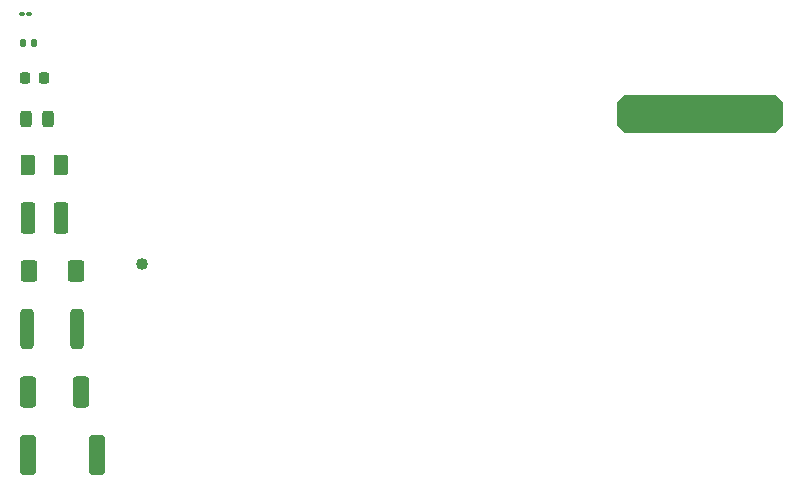
<source format=gbr>
%TF.GenerationSoftware,KiCad,Pcbnew,7.0.10*%
%TF.CreationDate,2024-03-13T20:43:01-04:00*%
%TF.ProjectId,Business Card,42757369-6e65-4737-9320-436172642e6b,rev?*%
%TF.SameCoordinates,Original*%
%TF.FileFunction,Soldermask,Bot*%
%TF.FilePolarity,Negative*%
%FSLAX46Y46*%
G04 Gerber Fmt 4.6, Leading zero omitted, Abs format (unit mm)*
G04 Created by KiCad (PCBNEW 7.0.10) date 2024-03-13 20:43:01*
%MOMM*%
%LPD*%
G01*
G04 APERTURE LIST*
G04 Aperture macros list*
%AMRoundRect*
0 Rectangle with rounded corners*
0 $1 Rounding radius*
0 $2 $3 $4 $5 $6 $7 $8 $9 X,Y pos of 4 corners*
0 Add a 4 corners polygon primitive as box body*
4,1,4,$2,$3,$4,$5,$6,$7,$8,$9,$2,$3,0*
0 Add four circle primitives for the rounded corners*
1,1,$1+$1,$2,$3*
1,1,$1+$1,$4,$5*
1,1,$1+$1,$6,$7*
1,1,$1+$1,$8,$9*
0 Add four rect primitives between the rounded corners*
20,1,$1+$1,$2,$3,$4,$5,0*
20,1,$1+$1,$4,$5,$6,$7,0*
20,1,$1+$1,$6,$7,$8,$9,0*
20,1,$1+$1,$8,$9,$2,$3,0*%
%AMOutline5P*
0 Free polygon, 5 corners , with rotation*
0 The origin of the aperture is its center*
0 number of corners: always 5*
0 $1 to $10 corner X, Y*
0 $11 Rotation angle, in degrees counterclockwise*
0 create outline with 5 corners*
4,1,5,$1,$2,$3,$4,$5,$6,$7,$8,$9,$10,$1,$2,$11*%
%AMOutline6P*
0 Free polygon, 6 corners , with rotation*
0 The origin of the aperture is its center*
0 number of corners: always 6*
0 $1 to $12 corner X, Y*
0 $13 Rotation angle, in degrees counterclockwise*
0 create outline with 6 corners*
4,1,6,$1,$2,$3,$4,$5,$6,$7,$8,$9,$10,$11,$12,$1,$2,$13*%
%AMOutline7P*
0 Free polygon, 7 corners , with rotation*
0 The origin of the aperture is its center*
0 number of corners: always 7*
0 $1 to $14 corner X, Y*
0 $15 Rotation angle, in degrees counterclockwise*
0 create outline with 7 corners*
4,1,7,$1,$2,$3,$4,$5,$6,$7,$8,$9,$10,$11,$12,$13,$14,$1,$2,$15*%
%AMOutline8P*
0 Free polygon, 8 corners , with rotation*
0 The origin of the aperture is its center*
0 number of corners: always 8*
0 $1 to $16 corner X, Y*
0 $17 Rotation angle, in degrees counterclockwise*
0 create outline with 8 corners*
4,1,8,$1,$2,$3,$4,$5,$6,$7,$8,$9,$10,$11,$12,$13,$14,$15,$16,$1,$2,$17*%
G04 Aperture macros list end*
%ADD10Outline8P,-7.000000X0.975000X-6.350000X1.625000X6.350000X1.625000X7.000000X0.975000X7.000000X-0.975000X6.350000X-1.625000X-6.350000X-1.625000X-7.000000X-0.975000X0.000000*%
%ADD11C,1.011200*%
%ADD12RoundRect,0.250000X0.375000X1.075000X-0.375000X1.075000X-0.375000X-1.075000X0.375000X-1.075000X0*%
%ADD13RoundRect,0.250000X0.425000X1.075000X-0.425000X1.075000X-0.425000X-1.075000X0.425000X-1.075000X0*%
%ADD14RoundRect,0.250000X0.312500X1.450000X-0.312500X1.450000X-0.312500X-1.450000X0.312500X-1.450000X0*%
%ADD15RoundRect,0.249999X0.450001X0.650001X-0.450001X0.650001X-0.450001X-0.650001X0.450001X-0.650001X0*%
%ADD16RoundRect,0.250000X0.375000X0.625000X-0.375000X0.625000X-0.375000X-0.625000X0.375000X-0.625000X0*%
%ADD17RoundRect,0.250000X0.425000X1.425000X-0.425000X1.425000X-0.425000X-1.425000X0.425000X-1.425000X0*%
%ADD18RoundRect,0.218750X0.218750X0.256250X-0.218750X0.256250X-0.218750X-0.256250X0.218750X-0.256250X0*%
%ADD19RoundRect,0.147500X0.147500X0.172500X-0.147500X0.172500X-0.147500X-0.172500X0.147500X-0.172500X0*%
%ADD20RoundRect,0.243750X0.243750X0.456250X-0.243750X0.456250X-0.243750X-0.456250X0.243750X-0.456250X0*%
%ADD21RoundRect,0.100000X0.130000X0.100000X-0.130000X0.100000X-0.130000X-0.100000X0.130000X-0.100000X0*%
G04 APERTURE END LIST*
D10*
%TO.C,BT1*%
X166600000Y-84438000D03*
%TD*%
D11*
%TO.C,ANT1*%
X119380000Y-97155000D03*
%TD*%
D12*
%TO.C,1210 (3225)*%
X112520000Y-93252665D03*
X109720000Y-93252665D03*
%TD*%
D13*
%TO.C,2010 (5025)*%
X114270000Y-107988664D03*
X109770000Y-107988664D03*
%TD*%
D14*
%TO.C,1812 (4532)*%
X113927500Y-102668331D03*
X109652500Y-102668331D03*
%TD*%
D15*
%TO.C,1806 (4516)*%
X113790000Y-97772998D03*
X109790000Y-97772998D03*
%TD*%
D16*
%TO.C,1206 (3216)*%
X112520000Y-88757332D03*
X109720000Y-88757332D03*
%TD*%
D17*
%TO.C,2512 (6332)*%
X115560000Y-113284000D03*
X109760000Y-113284000D03*
%TD*%
D18*
%TO.C,0603 (1608)*%
X111107500Y-81416666D03*
X109532500Y-81416666D03*
%TD*%
D19*
%TO.C,0402 (1005)*%
X110255000Y-78471333D03*
X109285000Y-78471333D03*
%TD*%
D20*
%TO.C,0805 (2012)*%
X111457500Y-84886999D03*
X109582500Y-84886999D03*
%TD*%
D21*
%TO.C,0201 (0603)*%
X109860000Y-75946000D03*
X109220000Y-75946000D03*
%TD*%
M02*

</source>
